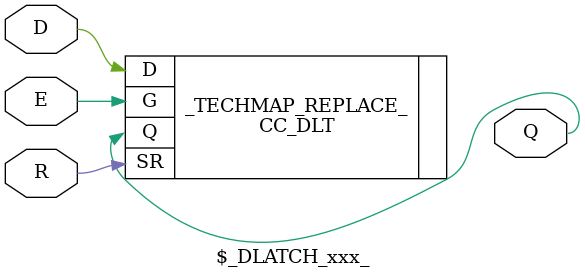
<source format=v>
/*
 *  yosys -- Yosys Open SYnthesis Suite
 *
 *  Copyright (C) 2021  Cologne Chip AG <support@colognechip.com>
 *
 *  Permission to use, copy, modify, and/or distribute this software for any
 *  purpose with or without fee is hereby granted, provided that the above
 *  copyright notice and this permission notice appear in all copies.
 *
 *  THE SOFTWARE IS PROVIDED "AS IS" AND THE AUTHOR DISCLAIMS ALL WARRANTIES
 *  WITH REGARD TO THIS SOFTWARE INCLUDING ALL IMPLIED WARRANTIES OF
 *  MERCHANTABILITY AND FITNESS. IN NO EVENT SHALL THE AUTHOR BE LIABLE FOR
 *  ANY SPECIAL, DIRECT, INDIRECT, OR CONSEQUENTIAL DAMAGES OR ANY DAMAGES
 *  WHATSOEVER RESULTING FROM LOSS OF USE, DATA OR PROFITS, WHETHER IN AN
 *  ACTION OF CONTRACT, NEGLIGENCE OR OTHER TORTIOUS ACTION, ARISING OUT OF
 *  OR IN CONNECTION WITH THE USE OR PERFORMANCE OF THIS SOFTWARE.
 *
 */

(* techmap_celltype = "$_DFFE_[NP][NP][01][NP]_" *)
module \$_DFFE_xxxx_ (input D, C, R, E, output Q);

	parameter _TECHMAP_CELLTYPE_ = "";

	CC_DFF #(
		.CLK_INV(_TECHMAP_CELLTYPE_[39:32] == "N"),
		.EN_INV(_TECHMAP_CELLTYPE_[15:8] == "N"),
		.SR_INV(_TECHMAP_CELLTYPE_[31:24] == "N"),
		.SR_VAL(_TECHMAP_CELLTYPE_[23:16] == "1")
	) _TECHMAP_REPLACE_ (.D(D), .EN(E), .CLK(C), .SR(R), .Q(Q));

	wire _TECHMAP_REMOVEINIT_Q_ = 1'b1;

endmodule

(* techmap_celltype = "$_DLATCH_[NP][NP][01]_" *)
module \$_DLATCH_xxx_ (input E, R, D, output Q);

	parameter _TECHMAP_CELLTYPE_ = "";

	CC_DLT #(
		.G_INV(_TECHMAP_CELLTYPE_[31:24] == "N"),
		.SR_INV(_TECHMAP_CELLTYPE_[23:16] == "N"),
		.SR_VAL(_TECHMAP_CELLTYPE_[15:8] == "1")
	) _TECHMAP_REPLACE_ (.D(D), .G(E), .SR(R), .Q(Q));

endmodule

</source>
